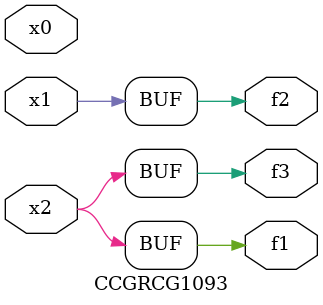
<source format=v>
module CCGRCG1093(
	input x0, x1, x2,
	output f1, f2, f3
);
	assign f1 = x2;
	assign f2 = x1;
	assign f3 = x2;
endmodule

</source>
